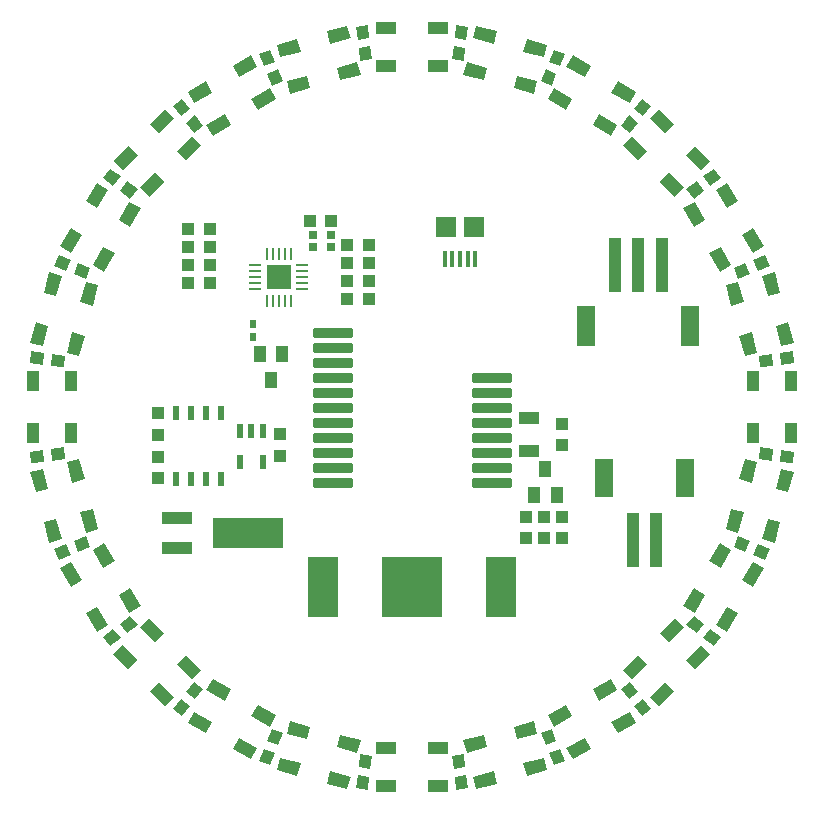
<source format=gtp>
G75*
%MOIN*%
%OFA0B0*%
%FSLAX24Y24*%
%IPPOS*%
%LPD*%
%AMOC8*
5,1,8,0,0,1.08239X$1,22.5*
%
%ADD10R,0.0394X0.0433*%
%ADD11R,0.0157X0.0551*%
%ADD12R,0.0709X0.0709*%
%ADD13C,0.0160*%
%ADD14R,0.0236X0.0472*%
%ADD15R,0.0394X0.1811*%
%ADD16R,0.0630X0.1339*%
%ADD17R,0.0217X0.0472*%
%ADD18R,0.2362X0.0984*%
%ADD19R,0.0984X0.0394*%
%ADD20R,0.2008X0.2008*%
%ADD21R,0.0984X0.2008*%
%ADD22R,0.0394X0.0551*%
%ADD23R,0.0433X0.0394*%
%ADD24R,0.0709X0.0433*%
%ADD25R,0.0433X0.0709*%
%ADD26R,0.0098X0.0394*%
%ADD27R,0.0394X0.0098*%
%ADD28R,0.0787X0.0787*%
%ADD29R,0.0630X0.1260*%
%ADD30R,0.0315X0.0315*%
%ADD31R,0.0709X0.0394*%
%ADD32R,0.0236X0.0315*%
D10*
X004710Y010806D03*
X004710Y011514D03*
X004710Y012256D03*
X004710Y012964D03*
X008760Y012264D03*
X008760Y011556D03*
X016960Y009514D03*
X017560Y009514D03*
X018160Y009514D03*
X018160Y008806D03*
X017560Y008806D03*
X016960Y008806D03*
X018160Y011906D03*
X018160Y012614D03*
D11*
X015272Y018117D03*
X015016Y018117D03*
X014760Y018117D03*
X014504Y018117D03*
X014248Y018117D03*
D12*
X014307Y019160D03*
X015213Y019160D03*
D13*
X011090Y015740D02*
X009930Y015740D01*
X011090Y015740D02*
X011090Y015580D01*
X009930Y015580D01*
X009930Y015740D01*
X009930Y015739D02*
X011090Y015739D01*
X011090Y015240D02*
X009930Y015240D01*
X011090Y015240D02*
X011090Y015080D01*
X009930Y015080D01*
X009930Y015240D01*
X009930Y015239D02*
X011090Y015239D01*
X011090Y014740D02*
X009930Y014740D01*
X011090Y014740D02*
X011090Y014580D01*
X009930Y014580D01*
X009930Y014740D01*
X009930Y014739D02*
X011090Y014739D01*
X011090Y014240D02*
X009930Y014240D01*
X011090Y014240D02*
X011090Y014080D01*
X009930Y014080D01*
X009930Y014240D01*
X009930Y014239D02*
X011090Y014239D01*
X011090Y013740D02*
X009930Y013740D01*
X011090Y013740D02*
X011090Y013580D01*
X009930Y013580D01*
X009930Y013740D01*
X009930Y013739D02*
X011090Y013739D01*
X011090Y013240D02*
X009930Y013240D01*
X011090Y013240D02*
X011090Y013080D01*
X009930Y013080D01*
X009930Y013240D01*
X009930Y013239D02*
X011090Y013239D01*
X011090Y012740D02*
X009930Y012740D01*
X011090Y012740D02*
X011090Y012580D01*
X009930Y012580D01*
X009930Y012740D01*
X009930Y012739D02*
X011090Y012739D01*
X011090Y012240D02*
X009930Y012240D01*
X011090Y012240D02*
X011090Y012080D01*
X009930Y012080D01*
X009930Y012240D01*
X009930Y012239D02*
X011090Y012239D01*
X011090Y011740D02*
X009930Y011740D01*
X011090Y011740D02*
X011090Y011580D01*
X009930Y011580D01*
X009930Y011740D01*
X009930Y011739D02*
X011090Y011739D01*
X011090Y011240D02*
X009930Y011240D01*
X011090Y011240D02*
X011090Y011080D01*
X009930Y011080D01*
X009930Y011240D01*
X009930Y011239D02*
X011090Y011239D01*
X011090Y010740D02*
X009930Y010740D01*
X011090Y010740D02*
X011090Y010580D01*
X009930Y010580D01*
X009930Y010740D01*
X009930Y010739D02*
X011090Y010739D01*
X015230Y010740D02*
X016390Y010740D01*
X016390Y010580D01*
X015230Y010580D01*
X015230Y010740D01*
X015230Y010739D02*
X016390Y010739D01*
X016390Y011240D02*
X015230Y011240D01*
X016390Y011240D02*
X016390Y011080D01*
X015230Y011080D01*
X015230Y011240D01*
X015230Y011239D02*
X016390Y011239D01*
X016390Y011740D02*
X015230Y011740D01*
X016390Y011740D02*
X016390Y011580D01*
X015230Y011580D01*
X015230Y011740D01*
X015230Y011739D02*
X016390Y011739D01*
X016390Y012240D02*
X015230Y012240D01*
X016390Y012240D02*
X016390Y012080D01*
X015230Y012080D01*
X015230Y012240D01*
X015230Y012239D02*
X016390Y012239D01*
X016390Y012740D02*
X015230Y012740D01*
X016390Y012740D02*
X016390Y012580D01*
X015230Y012580D01*
X015230Y012740D01*
X015230Y012739D02*
X016390Y012739D01*
X016390Y013240D02*
X015230Y013240D01*
X016390Y013240D02*
X016390Y013080D01*
X015230Y013080D01*
X015230Y013240D01*
X015230Y013239D02*
X016390Y013239D01*
X016390Y013740D02*
X015230Y013740D01*
X016390Y013740D02*
X016390Y013580D01*
X015230Y013580D01*
X015230Y013740D01*
X015230Y013739D02*
X016390Y013739D01*
X016390Y014240D02*
X015230Y014240D01*
X016390Y014240D02*
X016390Y014080D01*
X015230Y014080D01*
X015230Y014240D01*
X015230Y014239D02*
X016390Y014239D01*
D14*
X006810Y012962D03*
X006310Y012962D03*
X005810Y012962D03*
X005310Y012962D03*
X005310Y010758D03*
X005810Y010758D03*
X006310Y010758D03*
X006810Y010758D03*
D15*
X019923Y017923D03*
X020710Y017923D03*
X021497Y017923D03*
X021304Y008753D03*
X020516Y008753D03*
D16*
X018978Y015876D03*
X022442Y015876D03*
D17*
X008184Y012372D03*
X007810Y012372D03*
X007436Y012372D03*
X007436Y011348D03*
X008184Y011348D03*
D18*
X007686Y008960D03*
D19*
X005323Y008460D03*
X005323Y009460D03*
D20*
X013160Y007160D03*
D21*
X016113Y007160D03*
X010207Y007160D03*
D22*
X008460Y014077D03*
X008086Y014943D03*
X008834Y014943D03*
X017236Y010227D03*
X017984Y010227D03*
X017610Y011093D03*
D23*
G36*
X022650Y005629D02*
X022308Y005892D01*
X022548Y006203D01*
X022890Y005940D01*
X022650Y005629D01*
G37*
G36*
X023212Y005197D02*
X022870Y005460D01*
X023110Y005771D01*
X023452Y005508D01*
X023212Y005197D01*
G37*
G36*
X020812Y002868D02*
X020549Y003210D01*
X020860Y003450D01*
X021123Y003108D01*
X020812Y002868D01*
G37*
G36*
X020380Y003430D02*
X020117Y003772D01*
X020428Y004012D01*
X020691Y003670D01*
X020380Y003430D01*
G37*
G36*
X017887Y001239D02*
X017722Y001637D01*
X018085Y001787D01*
X018250Y001389D01*
X017887Y001239D01*
G37*
G36*
X017615Y001893D02*
X017450Y002291D01*
X017813Y002441D01*
X017978Y002043D01*
X017615Y001893D01*
G37*
G36*
X014639Y000420D02*
X014583Y000847D01*
X014973Y000898D01*
X015029Y000471D01*
X014639Y000420D01*
G37*
G36*
X014547Y001122D02*
X014491Y001549D01*
X014881Y001600D01*
X014937Y001173D01*
X014547Y001122D01*
G37*
G36*
X011383Y001173D02*
X011439Y001600D01*
X011829Y001549D01*
X011773Y001122D01*
X011383Y001173D01*
G37*
G36*
X011291Y000471D02*
X011347Y000898D01*
X011737Y000847D01*
X011681Y000420D01*
X011291Y000471D01*
G37*
G36*
X008342Y002043D02*
X008507Y002441D01*
X008870Y002291D01*
X008705Y001893D01*
X008342Y002043D01*
G37*
G36*
X008070Y001389D02*
X008235Y001787D01*
X008598Y001637D01*
X008433Y001239D01*
X008070Y001389D01*
G37*
G36*
X005629Y003670D02*
X005892Y004012D01*
X006203Y003772D01*
X005940Y003430D01*
X005629Y003670D01*
G37*
G36*
X005197Y003108D02*
X005460Y003450D01*
X005771Y003210D01*
X005508Y002868D01*
X005197Y003108D01*
G37*
G36*
X002868Y005508D02*
X003210Y005771D01*
X003450Y005460D01*
X003108Y005197D01*
X002868Y005508D01*
G37*
G36*
X003430Y005940D02*
X003772Y006203D01*
X004012Y005892D01*
X003670Y005629D01*
X003430Y005940D01*
G37*
G36*
X001239Y008433D02*
X001637Y008598D01*
X001787Y008235D01*
X001389Y008070D01*
X001239Y008433D01*
G37*
G36*
X001893Y008705D02*
X002291Y008870D01*
X002441Y008507D01*
X002043Y008342D01*
X001893Y008705D01*
G37*
G36*
X000420Y011681D02*
X000847Y011737D01*
X000898Y011347D01*
X000471Y011291D01*
X000420Y011681D01*
G37*
G36*
X001122Y011773D02*
X001549Y011829D01*
X001600Y011439D01*
X001173Y011383D01*
X001122Y011773D01*
G37*
G36*
X001173Y014937D02*
X001600Y014881D01*
X001549Y014491D01*
X001122Y014547D01*
X001173Y014937D01*
G37*
G36*
X000471Y015029D02*
X000898Y014973D01*
X000847Y014583D01*
X000420Y014639D01*
X000471Y015029D01*
G37*
G36*
X002043Y017978D02*
X002441Y017813D01*
X002291Y017450D01*
X001893Y017615D01*
X002043Y017978D01*
G37*
G36*
X001389Y018250D02*
X001787Y018085D01*
X001637Y017722D01*
X001239Y017887D01*
X001389Y018250D01*
G37*
G36*
X003670Y020691D02*
X004012Y020428D01*
X003772Y020117D01*
X003430Y020380D01*
X003670Y020691D01*
G37*
G36*
X003108Y021123D02*
X003450Y020860D01*
X003210Y020549D01*
X002868Y020812D01*
X003108Y021123D01*
G37*
G36*
X005508Y023452D02*
X005771Y023110D01*
X005460Y022870D01*
X005197Y023212D01*
X005508Y023452D01*
G37*
G36*
X005940Y022890D02*
X006203Y022548D01*
X005892Y022308D01*
X005629Y022650D01*
X005940Y022890D01*
G37*
G36*
X008433Y025081D02*
X008598Y024683D01*
X008235Y024533D01*
X008070Y024931D01*
X008433Y025081D01*
G37*
G36*
X008705Y024427D02*
X008870Y024029D01*
X008507Y023879D01*
X008342Y024277D01*
X008705Y024427D01*
G37*
G36*
X011681Y025900D02*
X011737Y025473D01*
X011347Y025422D01*
X011291Y025849D01*
X011681Y025900D01*
G37*
G36*
X011773Y025198D02*
X011829Y024771D01*
X011439Y024720D01*
X011383Y025147D01*
X011773Y025198D01*
G37*
G36*
X014937Y025147D02*
X014881Y024720D01*
X014491Y024771D01*
X014547Y025198D01*
X014937Y025147D01*
G37*
G36*
X015029Y025849D02*
X014973Y025422D01*
X014583Y025473D01*
X014639Y025900D01*
X015029Y025849D01*
G37*
G36*
X017978Y024277D02*
X017813Y023879D01*
X017450Y024029D01*
X017615Y024427D01*
X017978Y024277D01*
G37*
G36*
X018250Y024931D02*
X018085Y024533D01*
X017722Y024683D01*
X017887Y025081D01*
X018250Y024931D01*
G37*
G36*
X020691Y022650D02*
X020428Y022308D01*
X020117Y022548D01*
X020380Y022890D01*
X020691Y022650D01*
G37*
G36*
X021123Y023212D02*
X020860Y022870D01*
X020549Y023110D01*
X020812Y023452D01*
X021123Y023212D01*
G37*
G36*
X023452Y020812D02*
X023110Y020549D01*
X022870Y020860D01*
X023212Y021123D01*
X023452Y020812D01*
G37*
G36*
X022890Y020380D02*
X022548Y020117D01*
X022308Y020428D01*
X022650Y020691D01*
X022890Y020380D01*
G37*
G36*
X025081Y017887D02*
X024683Y017722D01*
X024533Y018085D01*
X024931Y018250D01*
X025081Y017887D01*
G37*
G36*
X024427Y017615D02*
X024029Y017450D01*
X023879Y017813D01*
X024277Y017978D01*
X024427Y017615D01*
G37*
G36*
X025900Y014639D02*
X025473Y014583D01*
X025422Y014973D01*
X025849Y015029D01*
X025900Y014639D01*
G37*
G36*
X025198Y014547D02*
X024771Y014491D01*
X024720Y014881D01*
X025147Y014937D01*
X025198Y014547D01*
G37*
G36*
X025147Y011383D02*
X024720Y011439D01*
X024771Y011829D01*
X025198Y011773D01*
X025147Y011383D01*
G37*
G36*
X025849Y011291D02*
X025422Y011347D01*
X025473Y011737D01*
X025900Y011681D01*
X025849Y011291D01*
G37*
G36*
X024277Y008342D02*
X023879Y008507D01*
X024029Y008870D01*
X024427Y008705D01*
X024277Y008342D01*
G37*
G36*
X024931Y008070D02*
X024533Y008235D01*
X024683Y008598D01*
X025081Y008433D01*
X024931Y008070D01*
G37*
X011714Y016760D03*
X011714Y017360D03*
X011714Y017960D03*
X011714Y018560D03*
X011006Y018560D03*
X011006Y017960D03*
X011006Y017360D03*
X011006Y016760D03*
X010464Y019360D03*
X009756Y019360D03*
X006414Y019110D03*
X006414Y018510D03*
X006414Y017910D03*
X006414Y017310D03*
X005706Y017310D03*
X005706Y017910D03*
X005706Y018510D03*
X005706Y019110D03*
D24*
G36*
X003709Y004434D02*
X003209Y004934D01*
X003515Y005240D01*
X004015Y004740D01*
X003709Y004434D01*
G37*
G36*
X004934Y003209D02*
X004434Y003709D01*
X004740Y004015D01*
X005240Y003515D01*
X004934Y003209D01*
G37*
G36*
X006293Y002294D02*
X005681Y002648D01*
X005897Y003022D01*
X006509Y002668D01*
X006293Y002294D01*
G37*
G36*
X007793Y001427D02*
X007181Y001781D01*
X007397Y002155D01*
X008009Y001801D01*
X007793Y001427D01*
G37*
G36*
X009336Y000886D02*
X008653Y001069D01*
X008764Y001486D01*
X009447Y001303D01*
X009336Y000886D01*
G37*
G36*
X011010Y000437D02*
X010327Y000620D01*
X010438Y001037D01*
X011121Y000854D01*
X011010Y000437D01*
G37*
X012294Y000530D03*
X012294Y001790D03*
G36*
X011336Y001654D02*
X010653Y001837D01*
X010764Y002254D01*
X011447Y002071D01*
X011336Y001654D01*
G37*
G36*
X009662Y002103D02*
X008979Y002286D01*
X009090Y002703D01*
X009773Y002520D01*
X009662Y002103D01*
G37*
G36*
X008423Y002518D02*
X007811Y002872D01*
X008027Y003246D01*
X008639Y002892D01*
X008423Y002518D01*
G37*
G36*
X006923Y003385D02*
X006311Y003739D01*
X006527Y004113D01*
X007139Y003759D01*
X006923Y003385D01*
G37*
G36*
X005825Y004100D02*
X005325Y004600D01*
X005631Y004906D01*
X006131Y004406D01*
X005825Y004100D01*
G37*
G36*
X004600Y005325D02*
X004100Y005825D01*
X004406Y006131D01*
X004906Y005631D01*
X004600Y005325D01*
G37*
G36*
X003739Y006311D02*
X003385Y006923D01*
X003759Y007139D01*
X004113Y006527D01*
X003739Y006311D01*
G37*
G36*
X002648Y005681D02*
X002294Y006293D01*
X002668Y006509D01*
X003022Y005897D01*
X002648Y005681D01*
G37*
G36*
X001781Y007181D02*
X001427Y007793D01*
X001801Y008009D01*
X002155Y007397D01*
X001781Y007181D01*
G37*
G36*
X002872Y007811D02*
X002518Y008423D01*
X002892Y008639D01*
X003246Y008027D01*
X002872Y007811D01*
G37*
G36*
X002286Y008979D02*
X002103Y009662D01*
X002520Y009773D01*
X002703Y009090D01*
X002286Y008979D01*
G37*
G36*
X001069Y008653D02*
X000886Y009336D01*
X001303Y009447D01*
X001486Y008764D01*
X001069Y008653D01*
G37*
G36*
X000620Y010327D02*
X000437Y011010D01*
X000854Y011121D01*
X001037Y010438D01*
X000620Y010327D01*
G37*
G36*
X001837Y010653D02*
X001654Y011336D01*
X002071Y011447D01*
X002254Y010764D01*
X001837Y010653D01*
G37*
G36*
X001654Y014984D02*
X001837Y015667D01*
X002254Y015556D01*
X002071Y014873D01*
X001654Y014984D01*
G37*
G36*
X000437Y015310D02*
X000620Y015993D01*
X001037Y015882D01*
X000854Y015199D01*
X000437Y015310D01*
G37*
G36*
X000886Y016984D02*
X001069Y017667D01*
X001486Y017556D01*
X001303Y016873D01*
X000886Y016984D01*
G37*
G36*
X002103Y016658D02*
X002286Y017341D01*
X002703Y017230D01*
X002520Y016547D01*
X002103Y016658D01*
G37*
G36*
X002518Y017897D02*
X002872Y018509D01*
X003246Y018293D01*
X002892Y017681D01*
X002518Y017897D01*
G37*
G36*
X001427Y018527D02*
X001781Y019139D01*
X002155Y018923D01*
X001801Y018311D01*
X001427Y018527D01*
G37*
G36*
X002294Y020027D02*
X002648Y020639D01*
X003022Y020423D01*
X002668Y019811D01*
X002294Y020027D01*
G37*
G36*
X003209Y021386D02*
X003709Y021886D01*
X004015Y021580D01*
X003515Y021080D01*
X003209Y021386D01*
G37*
G36*
X004100Y020495D02*
X004600Y020995D01*
X004906Y020689D01*
X004406Y020189D01*
X004100Y020495D01*
G37*
G36*
X003385Y019397D02*
X003739Y020009D01*
X004113Y019793D01*
X003759Y019181D01*
X003385Y019397D01*
G37*
G36*
X005325Y021720D02*
X005825Y022220D01*
X006131Y021914D01*
X005631Y021414D01*
X005325Y021720D01*
G37*
G36*
X004434Y022611D02*
X004934Y023111D01*
X005240Y022805D01*
X004740Y022305D01*
X004434Y022611D01*
G37*
G36*
X005681Y023672D02*
X006293Y024026D01*
X006509Y023652D01*
X005897Y023298D01*
X005681Y023672D01*
G37*
G36*
X006311Y022581D02*
X006923Y022935D01*
X007139Y022561D01*
X006527Y022207D01*
X006311Y022581D01*
G37*
G36*
X007811Y023448D02*
X008423Y023802D01*
X008639Y023428D01*
X008027Y023074D01*
X007811Y023448D01*
G37*
G36*
X007181Y024539D02*
X007793Y024893D01*
X008009Y024519D01*
X007397Y024165D01*
X007181Y024539D01*
G37*
G36*
X008653Y025251D02*
X009336Y025434D01*
X009447Y025017D01*
X008764Y024834D01*
X008653Y025251D01*
G37*
G36*
X008979Y024034D02*
X009662Y024217D01*
X009773Y023800D01*
X009090Y023617D01*
X008979Y024034D01*
G37*
G36*
X010327Y025700D02*
X011010Y025883D01*
X011121Y025466D01*
X010438Y025283D01*
X010327Y025700D01*
G37*
G36*
X010653Y024483D02*
X011336Y024666D01*
X011447Y024249D01*
X010764Y024066D01*
X010653Y024483D01*
G37*
X012294Y024530D03*
X012294Y025790D03*
X014026Y025790D03*
X014026Y024530D03*
G36*
X014984Y024666D02*
X015667Y024483D01*
X015556Y024066D01*
X014873Y024249D01*
X014984Y024666D01*
G37*
G36*
X015310Y025883D02*
X015993Y025700D01*
X015882Y025283D01*
X015199Y025466D01*
X015310Y025883D01*
G37*
G36*
X016984Y025434D02*
X017667Y025251D01*
X017556Y024834D01*
X016873Y025017D01*
X016984Y025434D01*
G37*
G36*
X016658Y024217D02*
X017341Y024034D01*
X017230Y023617D01*
X016547Y023800D01*
X016658Y024217D01*
G37*
G36*
X017897Y023802D02*
X018509Y023448D01*
X018293Y023074D01*
X017681Y023428D01*
X017897Y023802D01*
G37*
G36*
X018527Y024893D02*
X019139Y024539D01*
X018923Y024165D01*
X018311Y024519D01*
X018527Y024893D01*
G37*
G36*
X020027Y024026D02*
X020639Y023672D01*
X020423Y023298D01*
X019811Y023652D01*
X020027Y024026D01*
G37*
G36*
X021386Y023111D02*
X021886Y022611D01*
X021580Y022305D01*
X021080Y022805D01*
X021386Y023111D01*
G37*
G36*
X020495Y022220D02*
X020995Y021720D01*
X020689Y021414D01*
X020189Y021914D01*
X020495Y022220D01*
G37*
G36*
X019397Y022935D02*
X020009Y022581D01*
X019793Y022207D01*
X019181Y022561D01*
X019397Y022935D01*
G37*
G36*
X021720Y020995D02*
X022220Y020495D01*
X021914Y020189D01*
X021414Y020689D01*
X021720Y020995D01*
G37*
G36*
X022611Y021886D02*
X023111Y021386D01*
X022805Y021080D01*
X022305Y021580D01*
X022611Y021886D01*
G37*
G36*
X023672Y020639D02*
X024026Y020027D01*
X023652Y019811D01*
X023298Y020423D01*
X023672Y020639D01*
G37*
G36*
X022581Y020009D02*
X022935Y019397D01*
X022561Y019181D01*
X022207Y019793D01*
X022581Y020009D01*
G37*
G36*
X023448Y018509D02*
X023802Y017897D01*
X023428Y017681D01*
X023074Y018293D01*
X023448Y018509D01*
G37*
G36*
X024539Y019139D02*
X024893Y018527D01*
X024519Y018311D01*
X024165Y018923D01*
X024539Y019139D01*
G37*
G36*
X025251Y017667D02*
X025434Y016984D01*
X025017Y016873D01*
X024834Y017556D01*
X025251Y017667D01*
G37*
G36*
X024034Y017341D02*
X024217Y016658D01*
X023800Y016547D01*
X023617Y017230D01*
X024034Y017341D01*
G37*
G36*
X025700Y015993D02*
X025883Y015310D01*
X025466Y015199D01*
X025283Y015882D01*
X025700Y015993D01*
G37*
G36*
X024483Y015667D02*
X024666Y014984D01*
X024249Y014873D01*
X024066Y015556D01*
X024483Y015667D01*
G37*
G36*
X024666Y011336D02*
X024483Y010653D01*
X024066Y010764D01*
X024249Y011447D01*
X024666Y011336D01*
G37*
G36*
X025883Y011010D02*
X025700Y010327D01*
X025283Y010438D01*
X025466Y011121D01*
X025883Y011010D01*
G37*
G36*
X025434Y009336D02*
X025251Y008653D01*
X024834Y008764D01*
X025017Y009447D01*
X025434Y009336D01*
G37*
G36*
X024217Y009662D02*
X024034Y008979D01*
X023617Y009090D01*
X023800Y009773D01*
X024217Y009662D01*
G37*
G36*
X023802Y008423D02*
X023448Y007811D01*
X023074Y008027D01*
X023428Y008639D01*
X023802Y008423D01*
G37*
G36*
X024893Y007793D02*
X024539Y007181D01*
X024165Y007397D01*
X024519Y008009D01*
X024893Y007793D01*
G37*
G36*
X024026Y006293D02*
X023672Y005681D01*
X023298Y005897D01*
X023652Y006509D01*
X024026Y006293D01*
G37*
G36*
X023111Y004934D02*
X022611Y004434D01*
X022305Y004740D01*
X022805Y005240D01*
X023111Y004934D01*
G37*
G36*
X022220Y005825D02*
X021720Y005325D01*
X021414Y005631D01*
X021914Y006131D01*
X022220Y005825D01*
G37*
G36*
X022935Y006923D02*
X022581Y006311D01*
X022207Y006527D01*
X022561Y007139D01*
X022935Y006923D01*
G37*
G36*
X020995Y004600D02*
X020495Y004100D01*
X020189Y004406D01*
X020689Y004906D01*
X020995Y004600D01*
G37*
G36*
X021886Y003709D02*
X021386Y003209D01*
X021080Y003515D01*
X021580Y004015D01*
X021886Y003709D01*
G37*
G36*
X020639Y002648D02*
X020027Y002294D01*
X019811Y002668D01*
X020423Y003022D01*
X020639Y002648D01*
G37*
G36*
X020009Y003739D02*
X019397Y003385D01*
X019181Y003759D01*
X019793Y004113D01*
X020009Y003739D01*
G37*
G36*
X018509Y002872D02*
X017897Y002518D01*
X017681Y002892D01*
X018293Y003246D01*
X018509Y002872D01*
G37*
G36*
X019139Y001781D02*
X018527Y001427D01*
X018311Y001801D01*
X018923Y002155D01*
X019139Y001781D01*
G37*
G36*
X017667Y001069D02*
X016984Y000886D01*
X016873Y001303D01*
X017556Y001486D01*
X017667Y001069D01*
G37*
G36*
X017341Y002286D02*
X016658Y002103D01*
X016547Y002520D01*
X017230Y002703D01*
X017341Y002286D01*
G37*
G36*
X015993Y000620D02*
X015310Y000437D01*
X015199Y000854D01*
X015882Y001037D01*
X015993Y000620D01*
G37*
G36*
X015667Y001837D02*
X014984Y001654D01*
X014873Y002071D01*
X015556Y002254D01*
X015667Y001837D01*
G37*
X014026Y001790D03*
X014026Y000530D03*
D25*
X024530Y012294D03*
X025790Y012294D03*
X025790Y014026D03*
X024530Y014026D03*
X001790Y014026D03*
X000530Y014026D03*
X000530Y012294D03*
X001790Y012294D03*
D26*
X008329Y016710D03*
X008526Y016710D03*
X008723Y016710D03*
X008919Y016710D03*
X009116Y016710D03*
X009116Y018285D03*
X008919Y018285D03*
X008723Y018285D03*
X008526Y018285D03*
X008329Y018285D03*
D27*
X007935Y017891D03*
X007935Y017694D03*
X007935Y017497D03*
X007935Y017301D03*
X007935Y017104D03*
X009510Y017104D03*
X009510Y017301D03*
X009510Y017497D03*
X009510Y017694D03*
X009510Y017891D03*
D28*
X008723Y017497D03*
D29*
X019571Y010801D03*
X022249Y010801D03*
D30*
X010455Y018510D03*
X010455Y018910D03*
X009865Y018910D03*
X009865Y018510D03*
D31*
X017060Y012811D03*
X017060Y011709D03*
D32*
X007860Y015493D03*
X007860Y015927D03*
M02*

</source>
